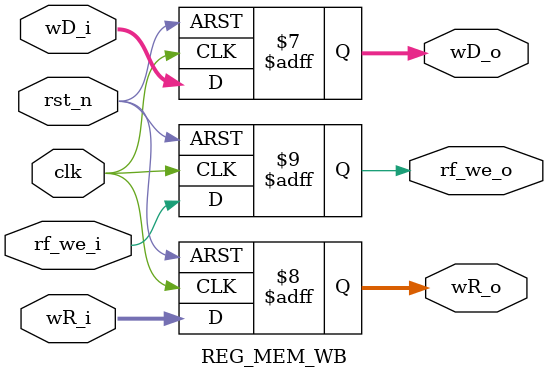
<source format=v>
module REG_MEM_WB (
    input  wire        clk    ,
    input  wire        rst_n  ,

    input  wire        rf_we_i,
    output reg         rf_we_o,

    input  wire [4:0]  wR_i   ,
    output reg  [4:0]  wR_o   ,

    input  wire [31:0] wD_i   ,
    output reg  [31:0] wD_o
);

always @ (posedge clk or negedge rst_n) begin
    if (~rst_n) rf_we_o <= 1'b0;
    else        rf_we_o <= rf_we_i;
end

always @ (posedge clk or negedge rst_n) begin
    if (~rst_n) wR_o <= 5'b0;
    else        wR_o <= wR_i;
end

always @ (posedge clk or negedge rst_n) begin
    if (~rst_n) wD_o <= 32'b0;
    else        wD_o <= wD_i;
end

endmodule

</source>
